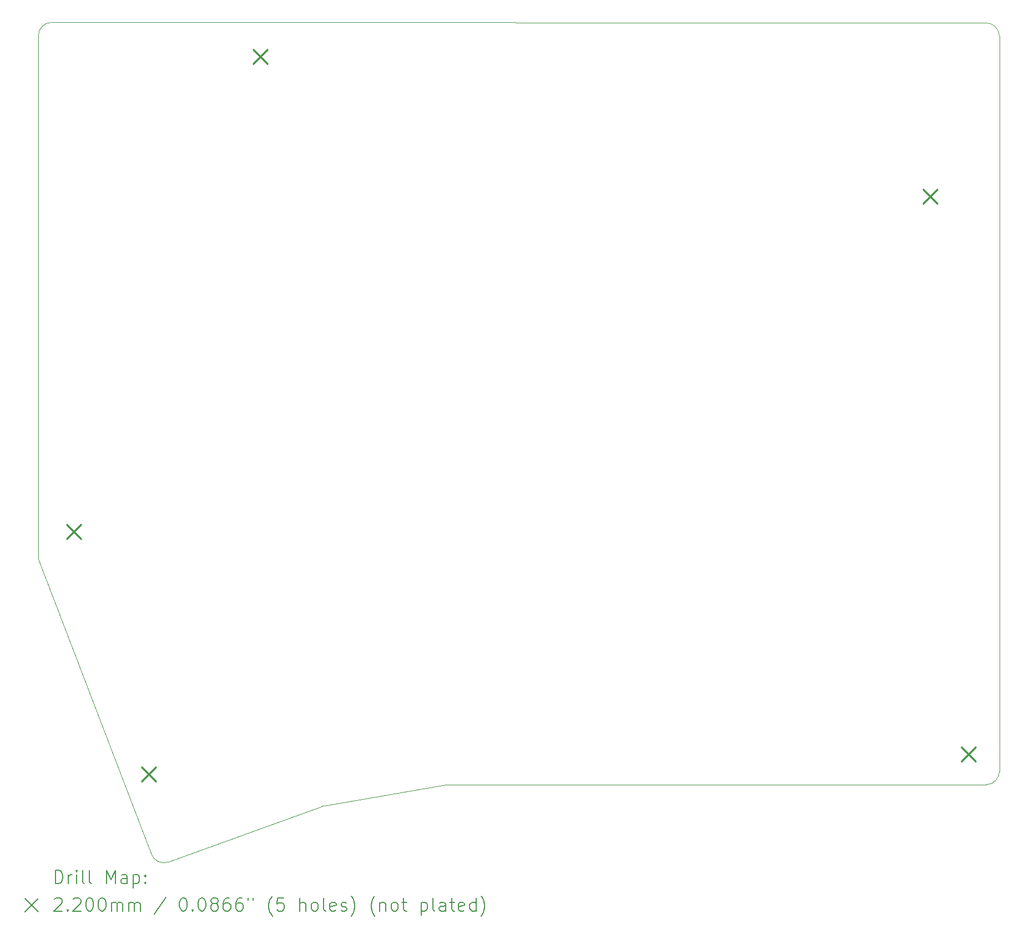
<source format=gbr>
%TF.GenerationSoftware,KiCad,Pcbnew,9.0.6*%
%TF.CreationDate,2025-12-07T22:19:06+09:00*%
%TF.ProjectId,tarakkie_v1_light_bot2,74617261-6b6b-4696-955f-76315f6c6967,rev?*%
%TF.SameCoordinates,Original*%
%TF.FileFunction,Drillmap*%
%TF.FilePolarity,Positive*%
%FSLAX45Y45*%
G04 Gerber Fmt 4.5, Leading zero omitted, Abs format (unit mm)*
G04 Created by KiCad (PCBNEW 9.0.6) date 2025-12-07 22:19:06*
%MOMM*%
%LPD*%
G01*
G04 APERTURE LIST*
%ADD10C,0.050000*%
%ADD11C,0.200000*%
%ADD12C,0.220000*%
G04 APERTURE END LIST*
D10*
X5595382Y-15990801D02*
G75*
G02*
X5340259Y-15874382I-68352J187962D01*
G01*
X18072452Y-3188618D02*
G75*
G02*
X18272283Y-3388617I-172J-200002D01*
G01*
X7937324Y-15139186D02*
G75*
G02*
X7972000Y-15130000I68346J-187954D01*
G01*
X3623932Y-11393414D02*
X5340266Y-15874380D01*
X7972000Y-15130000D02*
X9825617Y-14813399D01*
X18272280Y-14608831D02*
G75*
G02*
X18072322Y-14808830I-200000J1D01*
G01*
X3613958Y-3380077D02*
X3612280Y-11326147D01*
X5595382Y-15990801D02*
X7937324Y-15139186D01*
X18072452Y-3188618D02*
X3814077Y-3180119D01*
X3613958Y-3380077D02*
G75*
G02*
X3814077Y-3180118I200002J-43D01*
G01*
X9859248Y-14810544D02*
X18072322Y-14808831D01*
X3623932Y-11393414D02*
G75*
G02*
X3612281Y-11326147I188288J67254D01*
G01*
X9825617Y-14813399D02*
G75*
G02*
X9859248Y-14810544I33673J-197151D01*
G01*
X18272280Y-14608831D02*
X18272280Y-3388617D01*
D11*
D12*
X4040000Y-10840000D02*
X4260000Y-11060000D01*
X4260000Y-10840000D02*
X4040000Y-11060000D01*
X5190000Y-14540000D02*
X5410000Y-14760000D01*
X5410000Y-14540000D02*
X5190000Y-14760000D01*
X6890000Y-3590000D02*
X7110000Y-3810000D01*
X7110000Y-3590000D02*
X6890000Y-3810000D01*
X17110000Y-5724000D02*
X17330000Y-5944000D01*
X17330000Y-5724000D02*
X17110000Y-5944000D01*
X17696000Y-14234000D02*
X17916000Y-14454000D01*
X17916000Y-14234000D02*
X17696000Y-14454000D01*
D11*
X3870557Y-16316828D02*
X3870557Y-16116828D01*
X3870557Y-16116828D02*
X3918176Y-16116828D01*
X3918176Y-16116828D02*
X3946747Y-16126351D01*
X3946747Y-16126351D02*
X3965795Y-16145399D01*
X3965795Y-16145399D02*
X3975319Y-16164447D01*
X3975319Y-16164447D02*
X3984843Y-16202542D01*
X3984843Y-16202542D02*
X3984843Y-16231113D01*
X3984843Y-16231113D02*
X3975319Y-16269209D01*
X3975319Y-16269209D02*
X3965795Y-16288256D01*
X3965795Y-16288256D02*
X3946747Y-16307304D01*
X3946747Y-16307304D02*
X3918176Y-16316828D01*
X3918176Y-16316828D02*
X3870557Y-16316828D01*
X4070557Y-16316828D02*
X4070557Y-16183494D01*
X4070557Y-16221590D02*
X4080081Y-16202542D01*
X4080081Y-16202542D02*
X4089604Y-16193018D01*
X4089604Y-16193018D02*
X4108652Y-16183494D01*
X4108652Y-16183494D02*
X4127700Y-16183494D01*
X4194366Y-16316828D02*
X4194366Y-16183494D01*
X4194366Y-16116828D02*
X4184843Y-16126351D01*
X4184843Y-16126351D02*
X4194366Y-16135875D01*
X4194366Y-16135875D02*
X4203890Y-16126351D01*
X4203890Y-16126351D02*
X4194366Y-16116828D01*
X4194366Y-16116828D02*
X4194366Y-16135875D01*
X4318176Y-16316828D02*
X4299128Y-16307304D01*
X4299128Y-16307304D02*
X4289605Y-16288256D01*
X4289605Y-16288256D02*
X4289605Y-16116828D01*
X4422938Y-16316828D02*
X4403890Y-16307304D01*
X4403890Y-16307304D02*
X4394366Y-16288256D01*
X4394366Y-16288256D02*
X4394366Y-16116828D01*
X4651509Y-16316828D02*
X4651509Y-16116828D01*
X4651509Y-16116828D02*
X4718176Y-16259685D01*
X4718176Y-16259685D02*
X4784843Y-16116828D01*
X4784843Y-16116828D02*
X4784843Y-16316828D01*
X4965795Y-16316828D02*
X4965795Y-16212066D01*
X4965795Y-16212066D02*
X4956271Y-16193018D01*
X4956271Y-16193018D02*
X4937224Y-16183494D01*
X4937224Y-16183494D02*
X4899128Y-16183494D01*
X4899128Y-16183494D02*
X4880081Y-16193018D01*
X4965795Y-16307304D02*
X4946747Y-16316828D01*
X4946747Y-16316828D02*
X4899128Y-16316828D01*
X4899128Y-16316828D02*
X4880081Y-16307304D01*
X4880081Y-16307304D02*
X4870557Y-16288256D01*
X4870557Y-16288256D02*
X4870557Y-16269209D01*
X4870557Y-16269209D02*
X4880081Y-16250161D01*
X4880081Y-16250161D02*
X4899128Y-16240637D01*
X4899128Y-16240637D02*
X4946747Y-16240637D01*
X4946747Y-16240637D02*
X4965795Y-16231113D01*
X5061033Y-16183494D02*
X5061033Y-16383494D01*
X5061033Y-16193018D02*
X5080081Y-16183494D01*
X5080081Y-16183494D02*
X5118176Y-16183494D01*
X5118176Y-16183494D02*
X5137224Y-16193018D01*
X5137224Y-16193018D02*
X5146747Y-16202542D01*
X5146747Y-16202542D02*
X5156271Y-16221590D01*
X5156271Y-16221590D02*
X5156271Y-16278732D01*
X5156271Y-16278732D02*
X5146747Y-16297780D01*
X5146747Y-16297780D02*
X5137224Y-16307304D01*
X5137224Y-16307304D02*
X5118176Y-16316828D01*
X5118176Y-16316828D02*
X5080081Y-16316828D01*
X5080081Y-16316828D02*
X5061033Y-16307304D01*
X5241986Y-16297780D02*
X5251509Y-16307304D01*
X5251509Y-16307304D02*
X5241986Y-16316828D01*
X5241986Y-16316828D02*
X5232462Y-16307304D01*
X5232462Y-16307304D02*
X5241986Y-16297780D01*
X5241986Y-16297780D02*
X5241986Y-16316828D01*
X5241986Y-16193018D02*
X5251509Y-16202542D01*
X5251509Y-16202542D02*
X5241986Y-16212066D01*
X5241986Y-16212066D02*
X5232462Y-16202542D01*
X5232462Y-16202542D02*
X5241986Y-16193018D01*
X5241986Y-16193018D02*
X5241986Y-16212066D01*
X3409780Y-16545344D02*
X3609780Y-16745344D01*
X3609780Y-16545344D02*
X3409780Y-16745344D01*
X3861033Y-16555875D02*
X3870557Y-16546351D01*
X3870557Y-16546351D02*
X3889604Y-16536828D01*
X3889604Y-16536828D02*
X3937224Y-16536828D01*
X3937224Y-16536828D02*
X3956271Y-16546351D01*
X3956271Y-16546351D02*
X3965795Y-16555875D01*
X3965795Y-16555875D02*
X3975319Y-16574923D01*
X3975319Y-16574923D02*
X3975319Y-16593970D01*
X3975319Y-16593970D02*
X3965795Y-16622542D01*
X3965795Y-16622542D02*
X3851509Y-16736828D01*
X3851509Y-16736828D02*
X3975319Y-16736828D01*
X4061033Y-16717780D02*
X4070557Y-16727304D01*
X4070557Y-16727304D02*
X4061033Y-16736828D01*
X4061033Y-16736828D02*
X4051509Y-16727304D01*
X4051509Y-16727304D02*
X4061033Y-16717780D01*
X4061033Y-16717780D02*
X4061033Y-16736828D01*
X4146747Y-16555875D02*
X4156271Y-16546351D01*
X4156271Y-16546351D02*
X4175319Y-16536828D01*
X4175319Y-16536828D02*
X4222938Y-16536828D01*
X4222938Y-16536828D02*
X4241986Y-16546351D01*
X4241986Y-16546351D02*
X4251509Y-16555875D01*
X4251509Y-16555875D02*
X4261033Y-16574923D01*
X4261033Y-16574923D02*
X4261033Y-16593970D01*
X4261033Y-16593970D02*
X4251509Y-16622542D01*
X4251509Y-16622542D02*
X4137224Y-16736828D01*
X4137224Y-16736828D02*
X4261033Y-16736828D01*
X4384843Y-16536828D02*
X4403890Y-16536828D01*
X4403890Y-16536828D02*
X4422938Y-16546351D01*
X4422938Y-16546351D02*
X4432462Y-16555875D01*
X4432462Y-16555875D02*
X4441986Y-16574923D01*
X4441986Y-16574923D02*
X4451509Y-16613018D01*
X4451509Y-16613018D02*
X4451509Y-16660637D01*
X4451509Y-16660637D02*
X4441986Y-16698732D01*
X4441986Y-16698732D02*
X4432462Y-16717780D01*
X4432462Y-16717780D02*
X4422938Y-16727304D01*
X4422938Y-16727304D02*
X4403890Y-16736828D01*
X4403890Y-16736828D02*
X4384843Y-16736828D01*
X4384843Y-16736828D02*
X4365795Y-16727304D01*
X4365795Y-16727304D02*
X4356271Y-16717780D01*
X4356271Y-16717780D02*
X4346747Y-16698732D01*
X4346747Y-16698732D02*
X4337224Y-16660637D01*
X4337224Y-16660637D02*
X4337224Y-16613018D01*
X4337224Y-16613018D02*
X4346747Y-16574923D01*
X4346747Y-16574923D02*
X4356271Y-16555875D01*
X4356271Y-16555875D02*
X4365795Y-16546351D01*
X4365795Y-16546351D02*
X4384843Y-16536828D01*
X4575319Y-16536828D02*
X4594367Y-16536828D01*
X4594367Y-16536828D02*
X4613414Y-16546351D01*
X4613414Y-16546351D02*
X4622938Y-16555875D01*
X4622938Y-16555875D02*
X4632462Y-16574923D01*
X4632462Y-16574923D02*
X4641986Y-16613018D01*
X4641986Y-16613018D02*
X4641986Y-16660637D01*
X4641986Y-16660637D02*
X4632462Y-16698732D01*
X4632462Y-16698732D02*
X4622938Y-16717780D01*
X4622938Y-16717780D02*
X4613414Y-16727304D01*
X4613414Y-16727304D02*
X4594367Y-16736828D01*
X4594367Y-16736828D02*
X4575319Y-16736828D01*
X4575319Y-16736828D02*
X4556271Y-16727304D01*
X4556271Y-16727304D02*
X4546747Y-16717780D01*
X4546747Y-16717780D02*
X4537224Y-16698732D01*
X4537224Y-16698732D02*
X4527700Y-16660637D01*
X4527700Y-16660637D02*
X4527700Y-16613018D01*
X4527700Y-16613018D02*
X4537224Y-16574923D01*
X4537224Y-16574923D02*
X4546747Y-16555875D01*
X4546747Y-16555875D02*
X4556271Y-16546351D01*
X4556271Y-16546351D02*
X4575319Y-16536828D01*
X4727700Y-16736828D02*
X4727700Y-16603494D01*
X4727700Y-16622542D02*
X4737224Y-16613018D01*
X4737224Y-16613018D02*
X4756271Y-16603494D01*
X4756271Y-16603494D02*
X4784843Y-16603494D01*
X4784843Y-16603494D02*
X4803890Y-16613018D01*
X4803890Y-16613018D02*
X4813414Y-16632066D01*
X4813414Y-16632066D02*
X4813414Y-16736828D01*
X4813414Y-16632066D02*
X4822938Y-16613018D01*
X4822938Y-16613018D02*
X4841986Y-16603494D01*
X4841986Y-16603494D02*
X4870557Y-16603494D01*
X4870557Y-16603494D02*
X4889605Y-16613018D01*
X4889605Y-16613018D02*
X4899128Y-16632066D01*
X4899128Y-16632066D02*
X4899128Y-16736828D01*
X4994367Y-16736828D02*
X4994367Y-16603494D01*
X4994367Y-16622542D02*
X5003890Y-16613018D01*
X5003890Y-16613018D02*
X5022938Y-16603494D01*
X5022938Y-16603494D02*
X5051509Y-16603494D01*
X5051509Y-16603494D02*
X5070557Y-16613018D01*
X5070557Y-16613018D02*
X5080081Y-16632066D01*
X5080081Y-16632066D02*
X5080081Y-16736828D01*
X5080081Y-16632066D02*
X5089605Y-16613018D01*
X5089605Y-16613018D02*
X5108652Y-16603494D01*
X5108652Y-16603494D02*
X5137224Y-16603494D01*
X5137224Y-16603494D02*
X5156271Y-16613018D01*
X5156271Y-16613018D02*
X5165795Y-16632066D01*
X5165795Y-16632066D02*
X5165795Y-16736828D01*
X5556271Y-16527304D02*
X5384843Y-16784447D01*
X5813414Y-16536828D02*
X5832462Y-16536828D01*
X5832462Y-16536828D02*
X5851509Y-16546351D01*
X5851509Y-16546351D02*
X5861033Y-16555875D01*
X5861033Y-16555875D02*
X5870557Y-16574923D01*
X5870557Y-16574923D02*
X5880081Y-16613018D01*
X5880081Y-16613018D02*
X5880081Y-16660637D01*
X5880081Y-16660637D02*
X5870557Y-16698732D01*
X5870557Y-16698732D02*
X5861033Y-16717780D01*
X5861033Y-16717780D02*
X5851509Y-16727304D01*
X5851509Y-16727304D02*
X5832462Y-16736828D01*
X5832462Y-16736828D02*
X5813414Y-16736828D01*
X5813414Y-16736828D02*
X5794367Y-16727304D01*
X5794367Y-16727304D02*
X5784843Y-16717780D01*
X5784843Y-16717780D02*
X5775319Y-16698732D01*
X5775319Y-16698732D02*
X5765795Y-16660637D01*
X5765795Y-16660637D02*
X5765795Y-16613018D01*
X5765795Y-16613018D02*
X5775319Y-16574923D01*
X5775319Y-16574923D02*
X5784843Y-16555875D01*
X5784843Y-16555875D02*
X5794367Y-16546351D01*
X5794367Y-16546351D02*
X5813414Y-16536828D01*
X5965795Y-16717780D02*
X5975319Y-16727304D01*
X5975319Y-16727304D02*
X5965795Y-16736828D01*
X5965795Y-16736828D02*
X5956271Y-16727304D01*
X5956271Y-16727304D02*
X5965795Y-16717780D01*
X5965795Y-16717780D02*
X5965795Y-16736828D01*
X6099128Y-16536828D02*
X6118176Y-16536828D01*
X6118176Y-16536828D02*
X6137224Y-16546351D01*
X6137224Y-16546351D02*
X6146748Y-16555875D01*
X6146748Y-16555875D02*
X6156271Y-16574923D01*
X6156271Y-16574923D02*
X6165795Y-16613018D01*
X6165795Y-16613018D02*
X6165795Y-16660637D01*
X6165795Y-16660637D02*
X6156271Y-16698732D01*
X6156271Y-16698732D02*
X6146748Y-16717780D01*
X6146748Y-16717780D02*
X6137224Y-16727304D01*
X6137224Y-16727304D02*
X6118176Y-16736828D01*
X6118176Y-16736828D02*
X6099128Y-16736828D01*
X6099128Y-16736828D02*
X6080081Y-16727304D01*
X6080081Y-16727304D02*
X6070557Y-16717780D01*
X6070557Y-16717780D02*
X6061033Y-16698732D01*
X6061033Y-16698732D02*
X6051509Y-16660637D01*
X6051509Y-16660637D02*
X6051509Y-16613018D01*
X6051509Y-16613018D02*
X6061033Y-16574923D01*
X6061033Y-16574923D02*
X6070557Y-16555875D01*
X6070557Y-16555875D02*
X6080081Y-16546351D01*
X6080081Y-16546351D02*
X6099128Y-16536828D01*
X6280081Y-16622542D02*
X6261033Y-16613018D01*
X6261033Y-16613018D02*
X6251509Y-16603494D01*
X6251509Y-16603494D02*
X6241986Y-16584447D01*
X6241986Y-16584447D02*
X6241986Y-16574923D01*
X6241986Y-16574923D02*
X6251509Y-16555875D01*
X6251509Y-16555875D02*
X6261033Y-16546351D01*
X6261033Y-16546351D02*
X6280081Y-16536828D01*
X6280081Y-16536828D02*
X6318176Y-16536828D01*
X6318176Y-16536828D02*
X6337224Y-16546351D01*
X6337224Y-16546351D02*
X6346748Y-16555875D01*
X6346748Y-16555875D02*
X6356271Y-16574923D01*
X6356271Y-16574923D02*
X6356271Y-16584447D01*
X6356271Y-16584447D02*
X6346748Y-16603494D01*
X6346748Y-16603494D02*
X6337224Y-16613018D01*
X6337224Y-16613018D02*
X6318176Y-16622542D01*
X6318176Y-16622542D02*
X6280081Y-16622542D01*
X6280081Y-16622542D02*
X6261033Y-16632066D01*
X6261033Y-16632066D02*
X6251509Y-16641590D01*
X6251509Y-16641590D02*
X6241986Y-16660637D01*
X6241986Y-16660637D02*
X6241986Y-16698732D01*
X6241986Y-16698732D02*
X6251509Y-16717780D01*
X6251509Y-16717780D02*
X6261033Y-16727304D01*
X6261033Y-16727304D02*
X6280081Y-16736828D01*
X6280081Y-16736828D02*
X6318176Y-16736828D01*
X6318176Y-16736828D02*
X6337224Y-16727304D01*
X6337224Y-16727304D02*
X6346748Y-16717780D01*
X6346748Y-16717780D02*
X6356271Y-16698732D01*
X6356271Y-16698732D02*
X6356271Y-16660637D01*
X6356271Y-16660637D02*
X6346748Y-16641590D01*
X6346748Y-16641590D02*
X6337224Y-16632066D01*
X6337224Y-16632066D02*
X6318176Y-16622542D01*
X6527700Y-16536828D02*
X6489605Y-16536828D01*
X6489605Y-16536828D02*
X6470557Y-16546351D01*
X6470557Y-16546351D02*
X6461033Y-16555875D01*
X6461033Y-16555875D02*
X6441986Y-16584447D01*
X6441986Y-16584447D02*
X6432462Y-16622542D01*
X6432462Y-16622542D02*
X6432462Y-16698732D01*
X6432462Y-16698732D02*
X6441986Y-16717780D01*
X6441986Y-16717780D02*
X6451509Y-16727304D01*
X6451509Y-16727304D02*
X6470557Y-16736828D01*
X6470557Y-16736828D02*
X6508652Y-16736828D01*
X6508652Y-16736828D02*
X6527700Y-16727304D01*
X6527700Y-16727304D02*
X6537224Y-16717780D01*
X6537224Y-16717780D02*
X6546748Y-16698732D01*
X6546748Y-16698732D02*
X6546748Y-16651113D01*
X6546748Y-16651113D02*
X6537224Y-16632066D01*
X6537224Y-16632066D02*
X6527700Y-16622542D01*
X6527700Y-16622542D02*
X6508652Y-16613018D01*
X6508652Y-16613018D02*
X6470557Y-16613018D01*
X6470557Y-16613018D02*
X6451509Y-16622542D01*
X6451509Y-16622542D02*
X6441986Y-16632066D01*
X6441986Y-16632066D02*
X6432462Y-16651113D01*
X6718176Y-16536828D02*
X6680081Y-16536828D01*
X6680081Y-16536828D02*
X6661033Y-16546351D01*
X6661033Y-16546351D02*
X6651509Y-16555875D01*
X6651509Y-16555875D02*
X6632462Y-16584447D01*
X6632462Y-16584447D02*
X6622938Y-16622542D01*
X6622938Y-16622542D02*
X6622938Y-16698732D01*
X6622938Y-16698732D02*
X6632462Y-16717780D01*
X6632462Y-16717780D02*
X6641986Y-16727304D01*
X6641986Y-16727304D02*
X6661033Y-16736828D01*
X6661033Y-16736828D02*
X6699129Y-16736828D01*
X6699129Y-16736828D02*
X6718176Y-16727304D01*
X6718176Y-16727304D02*
X6727700Y-16717780D01*
X6727700Y-16717780D02*
X6737224Y-16698732D01*
X6737224Y-16698732D02*
X6737224Y-16651113D01*
X6737224Y-16651113D02*
X6727700Y-16632066D01*
X6727700Y-16632066D02*
X6718176Y-16622542D01*
X6718176Y-16622542D02*
X6699129Y-16613018D01*
X6699129Y-16613018D02*
X6661033Y-16613018D01*
X6661033Y-16613018D02*
X6641986Y-16622542D01*
X6641986Y-16622542D02*
X6632462Y-16632066D01*
X6632462Y-16632066D02*
X6622938Y-16651113D01*
X6813414Y-16536828D02*
X6813414Y-16574923D01*
X6889605Y-16536828D02*
X6889605Y-16574923D01*
X7184843Y-16813018D02*
X7175319Y-16803494D01*
X7175319Y-16803494D02*
X7156271Y-16774923D01*
X7156271Y-16774923D02*
X7146748Y-16755875D01*
X7146748Y-16755875D02*
X7137224Y-16727304D01*
X7137224Y-16727304D02*
X7127700Y-16679685D01*
X7127700Y-16679685D02*
X7127700Y-16641590D01*
X7127700Y-16641590D02*
X7137224Y-16593970D01*
X7137224Y-16593970D02*
X7146748Y-16565399D01*
X7146748Y-16565399D02*
X7156271Y-16546351D01*
X7156271Y-16546351D02*
X7175319Y-16517780D01*
X7175319Y-16517780D02*
X7184843Y-16508256D01*
X7356271Y-16536828D02*
X7261033Y-16536828D01*
X7261033Y-16536828D02*
X7251510Y-16632066D01*
X7251510Y-16632066D02*
X7261033Y-16622542D01*
X7261033Y-16622542D02*
X7280081Y-16613018D01*
X7280081Y-16613018D02*
X7327700Y-16613018D01*
X7327700Y-16613018D02*
X7346748Y-16622542D01*
X7346748Y-16622542D02*
X7356271Y-16632066D01*
X7356271Y-16632066D02*
X7365795Y-16651113D01*
X7365795Y-16651113D02*
X7365795Y-16698732D01*
X7365795Y-16698732D02*
X7356271Y-16717780D01*
X7356271Y-16717780D02*
X7346748Y-16727304D01*
X7346748Y-16727304D02*
X7327700Y-16736828D01*
X7327700Y-16736828D02*
X7280081Y-16736828D01*
X7280081Y-16736828D02*
X7261033Y-16727304D01*
X7261033Y-16727304D02*
X7251510Y-16717780D01*
X7603891Y-16736828D02*
X7603891Y-16536828D01*
X7689605Y-16736828D02*
X7689605Y-16632066D01*
X7689605Y-16632066D02*
X7680081Y-16613018D01*
X7680081Y-16613018D02*
X7661033Y-16603494D01*
X7661033Y-16603494D02*
X7632462Y-16603494D01*
X7632462Y-16603494D02*
X7613414Y-16613018D01*
X7613414Y-16613018D02*
X7603891Y-16622542D01*
X7813414Y-16736828D02*
X7794367Y-16727304D01*
X7794367Y-16727304D02*
X7784843Y-16717780D01*
X7784843Y-16717780D02*
X7775319Y-16698732D01*
X7775319Y-16698732D02*
X7775319Y-16641590D01*
X7775319Y-16641590D02*
X7784843Y-16622542D01*
X7784843Y-16622542D02*
X7794367Y-16613018D01*
X7794367Y-16613018D02*
X7813414Y-16603494D01*
X7813414Y-16603494D02*
X7841986Y-16603494D01*
X7841986Y-16603494D02*
X7861033Y-16613018D01*
X7861033Y-16613018D02*
X7870557Y-16622542D01*
X7870557Y-16622542D02*
X7880081Y-16641590D01*
X7880081Y-16641590D02*
X7880081Y-16698732D01*
X7880081Y-16698732D02*
X7870557Y-16717780D01*
X7870557Y-16717780D02*
X7861033Y-16727304D01*
X7861033Y-16727304D02*
X7841986Y-16736828D01*
X7841986Y-16736828D02*
X7813414Y-16736828D01*
X7994367Y-16736828D02*
X7975319Y-16727304D01*
X7975319Y-16727304D02*
X7965795Y-16708256D01*
X7965795Y-16708256D02*
X7965795Y-16536828D01*
X8146748Y-16727304D02*
X8127700Y-16736828D01*
X8127700Y-16736828D02*
X8089605Y-16736828D01*
X8089605Y-16736828D02*
X8070557Y-16727304D01*
X8070557Y-16727304D02*
X8061033Y-16708256D01*
X8061033Y-16708256D02*
X8061033Y-16632066D01*
X8061033Y-16632066D02*
X8070557Y-16613018D01*
X8070557Y-16613018D02*
X8089605Y-16603494D01*
X8089605Y-16603494D02*
X8127700Y-16603494D01*
X8127700Y-16603494D02*
X8146748Y-16613018D01*
X8146748Y-16613018D02*
X8156272Y-16632066D01*
X8156272Y-16632066D02*
X8156272Y-16651113D01*
X8156272Y-16651113D02*
X8061033Y-16670161D01*
X8232462Y-16727304D02*
X8251510Y-16736828D01*
X8251510Y-16736828D02*
X8289605Y-16736828D01*
X8289605Y-16736828D02*
X8308653Y-16727304D01*
X8308653Y-16727304D02*
X8318176Y-16708256D01*
X8318176Y-16708256D02*
X8318176Y-16698732D01*
X8318176Y-16698732D02*
X8308653Y-16679685D01*
X8308653Y-16679685D02*
X8289605Y-16670161D01*
X8289605Y-16670161D02*
X8261033Y-16670161D01*
X8261033Y-16670161D02*
X8241986Y-16660637D01*
X8241986Y-16660637D02*
X8232462Y-16641590D01*
X8232462Y-16641590D02*
X8232462Y-16632066D01*
X8232462Y-16632066D02*
X8241986Y-16613018D01*
X8241986Y-16613018D02*
X8261033Y-16603494D01*
X8261033Y-16603494D02*
X8289605Y-16603494D01*
X8289605Y-16603494D02*
X8308653Y-16613018D01*
X8384843Y-16813018D02*
X8394367Y-16803494D01*
X8394367Y-16803494D02*
X8413415Y-16774923D01*
X8413415Y-16774923D02*
X8422938Y-16755875D01*
X8422938Y-16755875D02*
X8432462Y-16727304D01*
X8432462Y-16727304D02*
X8441986Y-16679685D01*
X8441986Y-16679685D02*
X8441986Y-16641590D01*
X8441986Y-16641590D02*
X8432462Y-16593970D01*
X8432462Y-16593970D02*
X8422938Y-16565399D01*
X8422938Y-16565399D02*
X8413415Y-16546351D01*
X8413415Y-16546351D02*
X8394367Y-16517780D01*
X8394367Y-16517780D02*
X8384843Y-16508256D01*
X8746748Y-16813018D02*
X8737224Y-16803494D01*
X8737224Y-16803494D02*
X8718176Y-16774923D01*
X8718176Y-16774923D02*
X8708653Y-16755875D01*
X8708653Y-16755875D02*
X8699129Y-16727304D01*
X8699129Y-16727304D02*
X8689605Y-16679685D01*
X8689605Y-16679685D02*
X8689605Y-16641590D01*
X8689605Y-16641590D02*
X8699129Y-16593970D01*
X8699129Y-16593970D02*
X8708653Y-16565399D01*
X8708653Y-16565399D02*
X8718176Y-16546351D01*
X8718176Y-16546351D02*
X8737224Y-16517780D01*
X8737224Y-16517780D02*
X8746748Y-16508256D01*
X8822938Y-16603494D02*
X8822938Y-16736828D01*
X8822938Y-16622542D02*
X8832462Y-16613018D01*
X8832462Y-16613018D02*
X8851510Y-16603494D01*
X8851510Y-16603494D02*
X8880081Y-16603494D01*
X8880081Y-16603494D02*
X8899129Y-16613018D01*
X8899129Y-16613018D02*
X8908653Y-16632066D01*
X8908653Y-16632066D02*
X8908653Y-16736828D01*
X9032462Y-16736828D02*
X9013415Y-16727304D01*
X9013415Y-16727304D02*
X9003891Y-16717780D01*
X9003891Y-16717780D02*
X8994367Y-16698732D01*
X8994367Y-16698732D02*
X8994367Y-16641590D01*
X8994367Y-16641590D02*
X9003891Y-16622542D01*
X9003891Y-16622542D02*
X9013415Y-16613018D01*
X9013415Y-16613018D02*
X9032462Y-16603494D01*
X9032462Y-16603494D02*
X9061034Y-16603494D01*
X9061034Y-16603494D02*
X9080081Y-16613018D01*
X9080081Y-16613018D02*
X9089605Y-16622542D01*
X9089605Y-16622542D02*
X9099129Y-16641590D01*
X9099129Y-16641590D02*
X9099129Y-16698732D01*
X9099129Y-16698732D02*
X9089605Y-16717780D01*
X9089605Y-16717780D02*
X9080081Y-16727304D01*
X9080081Y-16727304D02*
X9061034Y-16736828D01*
X9061034Y-16736828D02*
X9032462Y-16736828D01*
X9156272Y-16603494D02*
X9232462Y-16603494D01*
X9184843Y-16536828D02*
X9184843Y-16708256D01*
X9184843Y-16708256D02*
X9194367Y-16727304D01*
X9194367Y-16727304D02*
X9213415Y-16736828D01*
X9213415Y-16736828D02*
X9232462Y-16736828D01*
X9451510Y-16603494D02*
X9451510Y-16803494D01*
X9451510Y-16613018D02*
X9470557Y-16603494D01*
X9470557Y-16603494D02*
X9508653Y-16603494D01*
X9508653Y-16603494D02*
X9527700Y-16613018D01*
X9527700Y-16613018D02*
X9537224Y-16622542D01*
X9537224Y-16622542D02*
X9546748Y-16641590D01*
X9546748Y-16641590D02*
X9546748Y-16698732D01*
X9546748Y-16698732D02*
X9537224Y-16717780D01*
X9537224Y-16717780D02*
X9527700Y-16727304D01*
X9527700Y-16727304D02*
X9508653Y-16736828D01*
X9508653Y-16736828D02*
X9470557Y-16736828D01*
X9470557Y-16736828D02*
X9451510Y-16727304D01*
X9661034Y-16736828D02*
X9641986Y-16727304D01*
X9641986Y-16727304D02*
X9632462Y-16708256D01*
X9632462Y-16708256D02*
X9632462Y-16536828D01*
X9822938Y-16736828D02*
X9822938Y-16632066D01*
X9822938Y-16632066D02*
X9813415Y-16613018D01*
X9813415Y-16613018D02*
X9794367Y-16603494D01*
X9794367Y-16603494D02*
X9756272Y-16603494D01*
X9756272Y-16603494D02*
X9737224Y-16613018D01*
X9822938Y-16727304D02*
X9803891Y-16736828D01*
X9803891Y-16736828D02*
X9756272Y-16736828D01*
X9756272Y-16736828D02*
X9737224Y-16727304D01*
X9737224Y-16727304D02*
X9727700Y-16708256D01*
X9727700Y-16708256D02*
X9727700Y-16689209D01*
X9727700Y-16689209D02*
X9737224Y-16670161D01*
X9737224Y-16670161D02*
X9756272Y-16660637D01*
X9756272Y-16660637D02*
X9803891Y-16660637D01*
X9803891Y-16660637D02*
X9822938Y-16651113D01*
X9889605Y-16603494D02*
X9965796Y-16603494D01*
X9918177Y-16536828D02*
X9918177Y-16708256D01*
X9918177Y-16708256D02*
X9927700Y-16727304D01*
X9927700Y-16727304D02*
X9946748Y-16736828D01*
X9946748Y-16736828D02*
X9965796Y-16736828D01*
X10108653Y-16727304D02*
X10089605Y-16736828D01*
X10089605Y-16736828D02*
X10051510Y-16736828D01*
X10051510Y-16736828D02*
X10032462Y-16727304D01*
X10032462Y-16727304D02*
X10022938Y-16708256D01*
X10022938Y-16708256D02*
X10022938Y-16632066D01*
X10022938Y-16632066D02*
X10032462Y-16613018D01*
X10032462Y-16613018D02*
X10051510Y-16603494D01*
X10051510Y-16603494D02*
X10089605Y-16603494D01*
X10089605Y-16603494D02*
X10108653Y-16613018D01*
X10108653Y-16613018D02*
X10118177Y-16632066D01*
X10118177Y-16632066D02*
X10118177Y-16651113D01*
X10118177Y-16651113D02*
X10022938Y-16670161D01*
X10289605Y-16736828D02*
X10289605Y-16536828D01*
X10289605Y-16727304D02*
X10270558Y-16736828D01*
X10270558Y-16736828D02*
X10232462Y-16736828D01*
X10232462Y-16736828D02*
X10213415Y-16727304D01*
X10213415Y-16727304D02*
X10203891Y-16717780D01*
X10203891Y-16717780D02*
X10194367Y-16698732D01*
X10194367Y-16698732D02*
X10194367Y-16641590D01*
X10194367Y-16641590D02*
X10203891Y-16622542D01*
X10203891Y-16622542D02*
X10213415Y-16613018D01*
X10213415Y-16613018D02*
X10232462Y-16603494D01*
X10232462Y-16603494D02*
X10270558Y-16603494D01*
X10270558Y-16603494D02*
X10289605Y-16613018D01*
X10365796Y-16813018D02*
X10375319Y-16803494D01*
X10375319Y-16803494D02*
X10394367Y-16774923D01*
X10394367Y-16774923D02*
X10403891Y-16755875D01*
X10403891Y-16755875D02*
X10413415Y-16727304D01*
X10413415Y-16727304D02*
X10422938Y-16679685D01*
X10422938Y-16679685D02*
X10422938Y-16641590D01*
X10422938Y-16641590D02*
X10413415Y-16593970D01*
X10413415Y-16593970D02*
X10403891Y-16565399D01*
X10403891Y-16565399D02*
X10394367Y-16546351D01*
X10394367Y-16546351D02*
X10375319Y-16517780D01*
X10375319Y-16517780D02*
X10365796Y-16508256D01*
M02*

</source>
